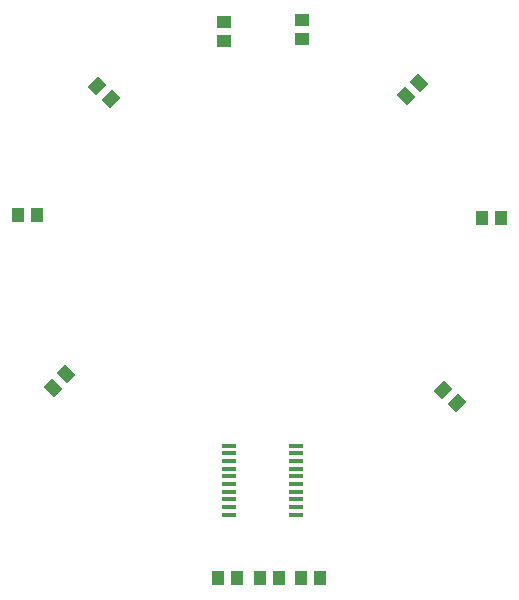
<source format=gtp>
G04*
G04 #@! TF.GenerationSoftware,Altium Limited,Altium Designer,22.7.1 (60)*
G04*
G04 Layer_Color=8421504*
%FSLAX44Y44*%
%MOMM*%
G71*
G04*
G04 #@! TF.SameCoordinates,34583956-BA44-4E5B-BA21-D6171543F883*
G04*
G04*
G04 #@! TF.FilePolarity,Positive*
G04*
G01*
G75*
%ADD14R,1.0000X1.3000*%
G04:AMPARAMS|DCode=15|XSize=1.3mm|YSize=1mm|CornerRadius=0mm|HoleSize=0mm|Usage=FLASHONLY|Rotation=225.000|XOffset=0mm|YOffset=0mm|HoleType=Round|Shape=Rectangle|*
%AMROTATEDRECTD15*
4,1,4,0.1061,0.8132,0.8132,0.1061,-0.1061,-0.8132,-0.8132,-0.1061,0.1061,0.8132,0.0*
%
%ADD15ROTATEDRECTD15*%

G04:AMPARAMS|DCode=16|XSize=1.3mm|YSize=1mm|CornerRadius=0mm|HoleSize=0mm|Usage=FLASHONLY|Rotation=315.000|XOffset=0mm|YOffset=0mm|HoleType=Round|Shape=Rectangle|*
%AMROTATEDRECTD16*
4,1,4,-0.8132,0.1061,-0.1061,0.8132,0.8132,-0.1061,0.1061,-0.8132,-0.8132,0.1061,0.0*
%
%ADD16ROTATEDRECTD16*%

%ADD17R,1.3000X1.0000*%
G04:AMPARAMS|DCode=18|XSize=0.4mm|YSize=1.2mm|CornerRadius=0.05mm|HoleSize=0mm|Usage=FLASHONLY|Rotation=90.000|XOffset=0mm|YOffset=0mm|HoleType=Round|Shape=RoundedRectangle|*
%AMROUNDEDRECTD18*
21,1,0.4000,1.1000,0,0,90.0*
21,1,0.3000,1.2000,0,0,90.0*
1,1,0.1000,0.5500,0.1500*
1,1,0.1000,0.5500,-0.1500*
1,1,0.1000,-0.5500,-0.1500*
1,1,0.1000,-0.5500,0.1500*
%
%ADD18ROUNDEDRECTD18*%
D14*
X233300Y-34036D02*
D03*
X249300D02*
D03*
X268098Y-33782D02*
D03*
X284098D02*
D03*
X421032Y271018D02*
D03*
X437032D02*
D03*
X44550Y273304D02*
D03*
X28550D02*
D03*
X213486Y-33782D02*
D03*
X197486D02*
D03*
D15*
X388297Y125291D02*
D03*
X399611Y113977D02*
D03*
X106749Y371533D02*
D03*
X95435Y382847D02*
D03*
D16*
X356547Y373819D02*
D03*
X367861Y385133D02*
D03*
X69157Y138499D02*
D03*
X57843Y127185D02*
D03*
D17*
X268478Y422048D02*
D03*
Y438048D02*
D03*
X202692Y421032D02*
D03*
Y437032D02*
D03*
D18*
X263958Y19518D02*
D03*
Y26018D02*
D03*
Y32518D02*
D03*
Y39018D02*
D03*
Y45518D02*
D03*
Y52018D02*
D03*
Y58518D02*
D03*
Y65018D02*
D03*
Y71518D02*
D03*
Y78018D02*
D03*
X206958Y19518D02*
D03*
Y26018D02*
D03*
Y32518D02*
D03*
Y39018D02*
D03*
Y45518D02*
D03*
Y52018D02*
D03*
Y58518D02*
D03*
Y65018D02*
D03*
Y71518D02*
D03*
Y78018D02*
D03*
M02*

</source>
